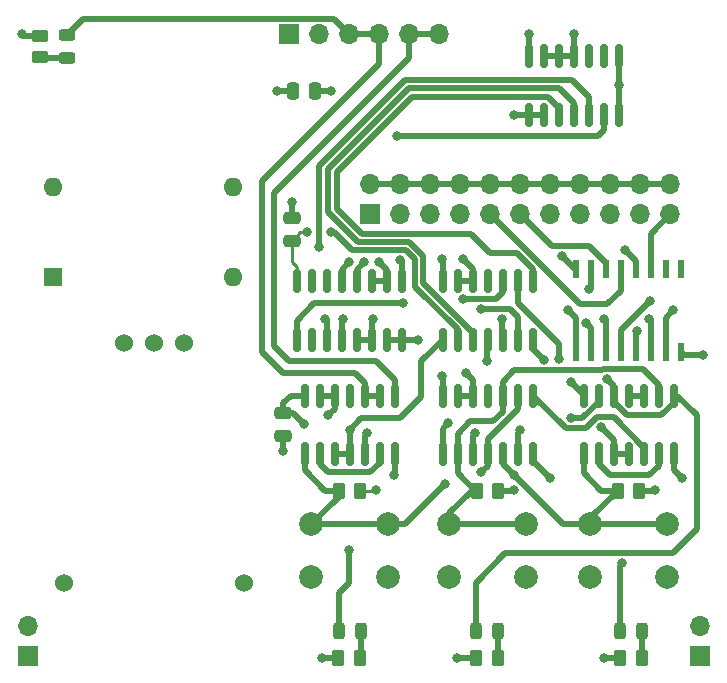
<source format=gbr>
%TF.GenerationSoftware,KiCad,Pcbnew,(6.0.0-0)*%
%TF.CreationDate,2022-10-19T22:54:38-04:00*%
%TF.ProjectId,CLOCK,434c4f43-4b2e-46b6-9963-61645f706362,rev?*%
%TF.SameCoordinates,Original*%
%TF.FileFunction,Copper,L1,Top*%
%TF.FilePolarity,Positive*%
%FSLAX46Y46*%
G04 Gerber Fmt 4.6, Leading zero omitted, Abs format (unit mm)*
G04 Created by KiCad (PCBNEW (6.0.0-0)) date 2022-10-19 22:54:38*
%MOMM*%
%LPD*%
G01*
G04 APERTURE LIST*
G04 Aperture macros list*
%AMRoundRect*
0 Rectangle with rounded corners*
0 $1 Rounding radius*
0 $2 $3 $4 $5 $6 $7 $8 $9 X,Y pos of 4 corners*
0 Add a 4 corners polygon primitive as box body*
4,1,4,$2,$3,$4,$5,$6,$7,$8,$9,$2,$3,0*
0 Add four circle primitives for the rounded corners*
1,1,$1+$1,$2,$3*
1,1,$1+$1,$4,$5*
1,1,$1+$1,$6,$7*
1,1,$1+$1,$8,$9*
0 Add four rect primitives between the rounded corners*
20,1,$1+$1,$2,$3,$4,$5,0*
20,1,$1+$1,$4,$5,$6,$7,0*
20,1,$1+$1,$6,$7,$8,$9,0*
20,1,$1+$1,$8,$9,$2,$3,0*%
G04 Aperture macros list end*
%TA.AperFunction,SMDPad,CuDef*%
%ADD10R,0.600000X1.500000*%
%TD*%
%TA.AperFunction,SMDPad,CuDef*%
%ADD11RoundRect,0.150000X0.150000X-0.825000X0.150000X0.825000X-0.150000X0.825000X-0.150000X-0.825000X0*%
%TD*%
%TA.AperFunction,SMDPad,CuDef*%
%ADD12RoundRect,0.243750X0.243750X0.456250X-0.243750X0.456250X-0.243750X-0.456250X0.243750X-0.456250X0*%
%TD*%
%TA.AperFunction,ComponentPad*%
%ADD13C,2.000000*%
%TD*%
%TA.AperFunction,SMDPad,CuDef*%
%ADD14RoundRect,0.250000X0.262500X0.450000X-0.262500X0.450000X-0.262500X-0.450000X0.262500X-0.450000X0*%
%TD*%
%TA.AperFunction,SMDPad,CuDef*%
%ADD15RoundRect,0.243750X0.456250X-0.243750X0.456250X0.243750X-0.456250X0.243750X-0.456250X-0.243750X0*%
%TD*%
%TA.AperFunction,ComponentPad*%
%ADD16R,1.700000X1.700000*%
%TD*%
%TA.AperFunction,ComponentPad*%
%ADD17O,1.700000X1.700000*%
%TD*%
%TA.AperFunction,SMDPad,CuDef*%
%ADD18RoundRect,0.250000X-0.262500X-0.450000X0.262500X-0.450000X0.262500X0.450000X-0.262500X0.450000X0*%
%TD*%
%TA.AperFunction,SMDPad,CuDef*%
%ADD19RoundRect,0.250000X0.475000X-0.250000X0.475000X0.250000X-0.475000X0.250000X-0.475000X-0.250000X0*%
%TD*%
%TA.AperFunction,SMDPad,CuDef*%
%ADD20RoundRect,0.250000X-0.450000X0.262500X-0.450000X-0.262500X0.450000X-0.262500X0.450000X0.262500X0*%
%TD*%
%TA.AperFunction,SMDPad,CuDef*%
%ADD21RoundRect,0.250000X-0.250000X-0.475000X0.250000X-0.475000X0.250000X0.475000X-0.250000X0.475000X0*%
%TD*%
%TA.AperFunction,ComponentPad*%
%ADD22C,1.524000*%
%TD*%
%TA.AperFunction,SMDPad,CuDef*%
%ADD23RoundRect,0.250000X-0.475000X0.250000X-0.475000X-0.250000X0.475000X-0.250000X0.475000X0.250000X0*%
%TD*%
%TA.AperFunction,ComponentPad*%
%ADD24R,1.600000X1.600000*%
%TD*%
%TA.AperFunction,ComponentPad*%
%ADD25O,1.600000X1.600000*%
%TD*%
%TA.AperFunction,ViaPad*%
%ADD26C,0.800000*%
%TD*%
%TA.AperFunction,Conductor*%
%ADD27C,0.500000*%
%TD*%
%TA.AperFunction,Conductor*%
%ADD28C,0.250000*%
%TD*%
G04 APERTURE END LIST*
D10*
%TO.P,U6,1,Q11*%
%TO.N,FREQ11*%
X128143000Y-109214000D03*
%TO.P,U6,2,Q12*%
%TO.N,FREQ12*%
X129413000Y-109214000D03*
%TO.P,U6,3,Q13*%
%TO.N,FREQ13*%
X130683000Y-109214000D03*
%TO.P,U6,4,Q5*%
%TO.N,FREQ5*%
X131953000Y-109214000D03*
%TO.P,U6,5,Q4*%
%TO.N,FREQ4*%
X133223000Y-109214000D03*
%TO.P,U6,6,Q6*%
%TO.N,FREQ6*%
X134493000Y-109214000D03*
%TO.P,U6,7,Q3*%
%TO.N,FREQ3*%
X135763000Y-109214000D03*
%TO.P,U6,8,GND*%
%TO.N,GND*%
X137033000Y-109214000D03*
%TO.P,U6,9,O*%
%TO.N,unconnected-(U6-Pad9)*%
X137033000Y-102114000D03*
%TO.P,U6,10,~{O}*%
%TO.N,unconnected-(U6-Pad10)*%
X135763000Y-102114000D03*
%TO.P,U6,11,I*%
%TO.N,Net-(J4-Pad21)*%
X134493000Y-102114000D03*
%TO.P,U6,12,RESET*%
%TO.N,GND*%
X133223000Y-102114000D03*
%TO.P,U6,13,Q8*%
%TO.N,FREQ8*%
X131953000Y-102114000D03*
%TO.P,U6,14,Q7*%
%TO.N,FREQ7*%
X130683000Y-102114000D03*
%TO.P,U6,15,Q9*%
%TO.N,FREQ9*%
X129413000Y-102114000D03*
%TO.P,U6,16,VCC*%
%TO.N,VCC*%
X128143000Y-102114000D03*
%TD*%
D11*
%TO.P,U4,1,Q*%
%TO.N,/MANUAL_HALF_CLOCK*%
X104521000Y-108139000D03*
%TO.P,U4,2,~{Q}*%
%TO.N,unconnected-(U4-Pad2)*%
X105791000Y-108139000D03*
%TO.P,U4,3,C*%
%TO.N,/MANUAL_FULL_CLOCK*%
X107061000Y-108139000D03*
%TO.P,U4,4,R*%
%TO.N,GND*%
X108331000Y-108139000D03*
%TO.P,U4,5,K*%
%TO.N,VCC*%
X109601000Y-108139000D03*
%TO.P,U4,6,J*%
X110871000Y-108139000D03*
%TO.P,U4,7,S*%
%TO.N,GND*%
X112141000Y-108139000D03*
%TO.P,U4,8,VSS*%
X113411000Y-108139000D03*
%TO.P,U4,9,S*%
X113411000Y-103189000D03*
%TO.P,U4,10,J*%
%TO.N,VCC*%
X112141000Y-103189000D03*
%TO.P,U4,11,K*%
X110871000Y-103189000D03*
%TO.P,U4,12,R*%
%TO.N,GND*%
X109601000Y-103189000D03*
%TO.P,U4,13,C*%
%TO.N,VCC*%
X108331000Y-103189000D03*
%TO.P,U4,14,~{Q}*%
%TO.N,unconnected-(U4-Pad14)*%
X107061000Y-103189000D03*
%TO.P,U4,15,Q*%
%TO.N,unconnected-(U4-Pad15)*%
X105791000Y-103189000D03*
%TO.P,U4,16,VDD*%
%TO.N,VCC*%
X104521000Y-103189000D03*
%TD*%
%TO.P,U8,1*%
%TO.N,/EN0*%
X116892000Y-108134000D03*
%TO.P,U8,2*%
%TO.N,/CRYSTAL*%
X118162000Y-108134000D03*
%TO.P,U8,3*%
%TO.N,Net-(U7-Pad4)*%
X119432000Y-108134000D03*
%TO.P,U8,4*%
%TO.N,/EN1*%
X120702000Y-108134000D03*
%TO.P,U8,5*%
%TO.N,/MANUAL_FULL_CLOCK*%
X121972000Y-108134000D03*
%TO.P,U8,6*%
%TO.N,Net-(U7-Pad5)*%
X123242000Y-108134000D03*
%TO.P,U8,7,GND*%
%TO.N,GND*%
X124512000Y-108134000D03*
%TO.P,U8,8*%
%TO.N,Net-(U7-Pad3)*%
X124512000Y-103184000D03*
%TO.P,U8,9*%
%TO.N,/EN2*%
X123242000Y-103184000D03*
%TO.P,U8,10*%
%TO.N,/MANUAL_HALF_CLOCK*%
X121972000Y-103184000D03*
%TO.P,U8,11*%
%TO.N,unconnected-(U8-Pad11)*%
X120702000Y-103184000D03*
%TO.P,U8,12*%
%TO.N,GND*%
X119432000Y-103184000D03*
%TO.P,U8,13*%
X118162000Y-103184000D03*
%TO.P,U8,14,VCC*%
%TO.N,VCC*%
X116892000Y-103184000D03*
%TD*%
%TO.P,U3,1*%
%TO.N,Net-(R2-Pad2)*%
X105208000Y-117822000D03*
%TO.P,U3,2*%
%TO.N,Net-(U3-Pad2)*%
X106478000Y-117822000D03*
%TO.P,U3,3*%
%TO.N,/EN0*%
X107748000Y-117822000D03*
%TO.P,U3,4*%
X109018000Y-117822000D03*
%TO.P,U3,5*%
%TO.N,Net-(U1-Pad3)*%
X110288000Y-117822000D03*
%TO.P,U3,6*%
%TO.N,Net-(U3-Pad2)*%
X111558000Y-117822000D03*
%TO.P,U3,7,GND*%
%TO.N,GND*%
X112828000Y-117822000D03*
%TO.P,U3,8*%
%TO.N,~{CLOCK}*%
X112828000Y-112872000D03*
%TO.P,U3,9*%
%TO.N,CLOCK*%
X111558000Y-112872000D03*
%TO.P,U3,10*%
X110288000Y-112872000D03*
%TO.P,U3,11*%
%TO.N,unconnected-(U3-Pad11)*%
X109018000Y-112872000D03*
%TO.P,U3,12*%
%TO.N,GND*%
X107748000Y-112872000D03*
%TO.P,U3,13*%
X106478000Y-112872000D03*
%TO.P,U3,14,VCC*%
%TO.N,VCC*%
X105208000Y-112872000D03*
%TD*%
D12*
%TO.P,D3,1,K*%
%TO.N,Net-(D3-Pad1)*%
X109982000Y-132842000D03*
%TO.P,D3,2,A*%
%TO.N,/EN0*%
X108107000Y-132842000D03*
%TD*%
D11*
%TO.P,U1,1*%
%TO.N,Net-(R1-Pad2)*%
X116892000Y-117822000D03*
%TO.P,U1,2*%
%TO.N,Net-(R3-Pad2)*%
X118162000Y-117822000D03*
%TO.P,U1,3*%
%TO.N,Net-(U1-Pad3)*%
X119432000Y-117822000D03*
%TO.P,U1,4*%
%TO.N,Net-(R2-Pad2)*%
X120702000Y-117822000D03*
%TO.P,U1,5*%
%TO.N,Net-(R1-Pad2)*%
X121972000Y-117822000D03*
%TO.P,U1,6*%
%TO.N,Net-(U1-Pad6)*%
X123242000Y-117822000D03*
%TO.P,U1,7,GND*%
%TO.N,GND*%
X124512000Y-117822000D03*
%TO.P,U1,8*%
%TO.N,Net-(U1-Pad8)*%
X124512000Y-112872000D03*
%TO.P,U1,9*%
%TO.N,Net-(R2-Pad2)*%
X123242000Y-112872000D03*
%TO.P,U1,10*%
%TO.N,Net-(R3-Pad2)*%
X121972000Y-112872000D03*
%TO.P,U1,11*%
%TO.N,unconnected-(U1-Pad11)*%
X120702000Y-112872000D03*
%TO.P,U1,12*%
%TO.N,GND*%
X119432000Y-112872000D03*
%TO.P,U1,13*%
X118162000Y-112872000D03*
%TO.P,U1,14,VCC*%
%TO.N,VCC*%
X116892000Y-112872000D03*
%TD*%
D13*
%TO.P,SW2,1,1*%
%TO.N,GND*%
X112268000Y-128265000D03*
X105768000Y-128265000D03*
%TO.P,SW2,2,2*%
%TO.N,Net-(R2-Pad2)*%
X105768000Y-123765000D03*
X112268000Y-123765000D03*
%TD*%
D14*
%TO.P,R3,1*%
%TO.N,VCC*%
X121614500Y-120935000D03*
%TO.P,R3,2*%
%TO.N,Net-(R3-Pad2)*%
X119789500Y-120935000D03*
%TD*%
D12*
%TO.P,D1,1,K*%
%TO.N,Net-(D1-Pad1)*%
X133779500Y-132842000D03*
%TO.P,D1,2,A*%
%TO.N,/EN2*%
X131904500Y-132842000D03*
%TD*%
D15*
%TO.P,D4,1,K*%
%TO.N,Net-(D4-Pad1)*%
X85090000Y-84249500D03*
%TO.P,D4,2,A*%
%TO.N,CLOCK*%
X85090000Y-82374500D03*
%TD*%
D16*
%TO.P,J4,1,Pin_1*%
%TO.N,FREQ13*%
X110744000Y-97536000D03*
D17*
%TO.P,J4,2,Pin_2*%
%TO.N,/CRYSTAL*%
X110744000Y-94996000D03*
%TO.P,J4,3,Pin_3*%
%TO.N,FREQ12*%
X113284000Y-97536000D03*
%TO.P,J4,4,Pin_4*%
%TO.N,/CRYSTAL*%
X113284000Y-94996000D03*
%TO.P,J4,5,Pin_5*%
%TO.N,FREQ11*%
X115824000Y-97536000D03*
%TO.P,J4,6,Pin_6*%
%TO.N,/CRYSTAL*%
X115824000Y-94996000D03*
%TO.P,J4,7,Pin_7*%
%TO.N,FREQ9*%
X118364000Y-97536000D03*
%TO.P,J4,8,Pin_8*%
%TO.N,/CRYSTAL*%
X118364000Y-94996000D03*
%TO.P,J4,9,Pin_9*%
%TO.N,FREQ8*%
X120904000Y-97536000D03*
%TO.P,J4,10,Pin_10*%
%TO.N,/CRYSTAL*%
X120904000Y-94996000D03*
%TO.P,J4,11,Pin_11*%
%TO.N,FREQ7*%
X123444000Y-97536000D03*
%TO.P,J4,12,Pin_12*%
%TO.N,/CRYSTAL*%
X123444000Y-94996000D03*
%TO.P,J4,13,Pin_13*%
%TO.N,FREQ6*%
X125984000Y-97536000D03*
%TO.P,J4,14,Pin_14*%
%TO.N,/CRYSTAL*%
X125984000Y-94996000D03*
%TO.P,J4,15,Pin_15*%
%TO.N,FREQ5*%
X128524000Y-97536000D03*
%TO.P,J4,16,Pin_16*%
%TO.N,/CRYSTAL*%
X128524000Y-94996000D03*
%TO.P,J4,17,Pin_17*%
%TO.N,FREQ4*%
X131064000Y-97536000D03*
%TO.P,J4,18,Pin_18*%
%TO.N,/CRYSTAL*%
X131064000Y-94996000D03*
%TO.P,J4,19,Pin_19*%
%TO.N,FREQ3*%
X133604000Y-97536000D03*
%TO.P,J4,20,Pin_20*%
%TO.N,/CRYSTAL*%
X133604000Y-94996000D03*
%TO.P,J4,21,Pin_21*%
%TO.N,Net-(J4-Pad21)*%
X136144000Y-97536000D03*
%TO.P,J4,22,Pin_22*%
%TO.N,/CRYSTAL*%
X136144000Y-94996000D03*
%TD*%
D18*
%TO.P,R4,1*%
%TO.N,GND*%
X131929500Y-135128000D03*
%TO.P,R4,2*%
%TO.N,Net-(D1-Pad1)*%
X133754500Y-135128000D03*
%TD*%
D13*
%TO.P,SW3,1,1*%
%TO.N,GND*%
X117452000Y-128265000D03*
X123952000Y-128265000D03*
%TO.P,SW3,2,2*%
%TO.N,Net-(R3-Pad2)*%
X117452000Y-123765000D03*
X123952000Y-123765000D03*
%TD*%
D19*
%TO.P,C1,1*%
%TO.N,VCC*%
X104140000Y-99756000D03*
%TO.P,C1,2*%
%TO.N,GND*%
X104140000Y-97856000D03*
%TD*%
D20*
%TO.P,R7,1*%
%TO.N,GND*%
X82804000Y-82399500D03*
%TO.P,R7,2*%
%TO.N,Net-(D4-Pad1)*%
X82804000Y-84224500D03*
%TD*%
D18*
%TO.P,R5,1*%
%TO.N,GND*%
X119737500Y-135128000D03*
%TO.P,R5,2*%
%TO.N,Net-(D2-Pad1)*%
X121562500Y-135128000D03*
%TD*%
D11*
%TO.P,U2,1*%
%TO.N,Net-(R1-Pad2)*%
X128830000Y-117822000D03*
%TO.P,U2,2*%
%TO.N,Net-(U2-Pad2)*%
X130100000Y-117822000D03*
%TO.P,U2,3*%
%TO.N,/EN2*%
X131370000Y-117822000D03*
%TO.P,U2,4*%
X132640000Y-117822000D03*
%TO.P,U2,5*%
%TO.N,Net-(U1-Pad8)*%
X133910000Y-117822000D03*
%TO.P,U2,6*%
%TO.N,Net-(U2-Pad2)*%
X135180000Y-117822000D03*
%TO.P,U2,7,GND*%
%TO.N,GND*%
X136450000Y-117822000D03*
%TO.P,U2,8*%
%TO.N,/EN1*%
X136450000Y-112872000D03*
%TO.P,U2,9*%
%TO.N,Net-(R3-Pad2)*%
X135180000Y-112872000D03*
%TO.P,U2,10*%
%TO.N,Net-(U2-Pad10)*%
X133910000Y-112872000D03*
%TO.P,U2,11*%
X132640000Y-112872000D03*
%TO.P,U2,12*%
%TO.N,/EN1*%
X131370000Y-112872000D03*
%TO.P,U2,13*%
%TO.N,Net-(U1-Pad6)*%
X130100000Y-112872000D03*
%TO.P,U2,14,VCC*%
%TO.N,VCC*%
X128830000Y-112872000D03*
%TD*%
D12*
%TO.P,D2,1,K*%
%TO.N,Net-(D2-Pad1)*%
X121587500Y-132842000D03*
%TO.P,D2,2,A*%
%TO.N,/EN1*%
X119712500Y-132842000D03*
%TD*%
D14*
%TO.P,R2,1*%
%TO.N,VCC*%
X109930500Y-120935000D03*
%TO.P,R2,2*%
%TO.N,Net-(R2-Pad2)*%
X108105500Y-120935000D03*
%TD*%
%TO.P,R1,1*%
%TO.N,VCC*%
X133552500Y-120935000D03*
%TO.P,R1,2*%
%TO.N,Net-(R1-Pad2)*%
X131727500Y-120935000D03*
%TD*%
D21*
%TO.P,C2,1*%
%TO.N,VCC*%
X104206000Y-87122000D03*
%TO.P,C2,2*%
%TO.N,GND*%
X106106000Y-87122000D03*
%TD*%
D22*
%TO.P,U4,*%
%TO.N,*%
X89916000Y-108458000D03*
X94996000Y-108458000D03*
%TO.P,U4,1,Vcc*%
%TO.N,VCC*%
X84836000Y-128778000D03*
%TO.P,U4,2,Gnd*%
%TO.N,GND*%
X100076000Y-128778000D03*
%TO.P,U4,3,Q*%
%TO.N,/MANUAL_FULL_CLOCK*%
X92456000Y-108458000D03*
%TD*%
D23*
%TO.P,C3,1*%
%TO.N,VCC*%
X103378000Y-114366000D03*
%TO.P,C3,2*%
%TO.N,GND*%
X103378000Y-116266000D03*
%TD*%
D24*
%TO.P,Y1,1,1*%
%TO.N,unconnected-(Y1-Pad1)*%
X83917500Y-102860000D03*
D25*
%TO.P,Y1,2,2*%
%TO.N,GND*%
X99157500Y-102860000D03*
%TO.P,Y1,3,3*%
%TO.N,Net-(J4-Pad21)*%
X99157500Y-95240000D03*
%TO.P,Y1,4,4*%
%TO.N,VCC*%
X83917500Y-95240000D03*
%TD*%
D13*
%TO.P,SW1,1,1*%
%TO.N,GND*%
X135890000Y-128265000D03*
X129390000Y-128265000D03*
%TO.P,SW1,2,2*%
%TO.N,Net-(R1-Pad2)*%
X135890000Y-123765000D03*
X129390000Y-123765000D03*
%TD*%
D11*
%TO.P,U7,1*%
%TO.N,GND*%
X124206000Y-89089000D03*
%TO.P,U7,2*%
X125476000Y-89089000D03*
%TO.P,U7,3*%
%TO.N,Net-(U7-Pad3)*%
X126746000Y-89089000D03*
%TO.P,U7,4*%
%TO.N,Net-(U7-Pad4)*%
X128016000Y-89089000D03*
%TO.P,U7,5*%
%TO.N,Net-(U7-Pad5)*%
X129286000Y-89089000D03*
%TO.P,U7,6*%
%TO.N,CLOCK*%
X130556000Y-89089000D03*
%TO.P,U7,7,VSS*%
%TO.N,GND*%
X131826000Y-89089000D03*
%TO.P,U7,8*%
X131826000Y-84139000D03*
%TO.P,U7,9*%
%TO.N,unconnected-(U7-Pad9)*%
X130556000Y-84139000D03*
%TO.P,U7,10*%
%TO.N,unconnected-(U7-Pad10)*%
X129286000Y-84139000D03*
%TO.P,U7,11*%
%TO.N,GND*%
X128016000Y-84139000D03*
%TO.P,U7,12*%
X126746000Y-84139000D03*
%TO.P,U7,13*%
X125476000Y-84139000D03*
%TO.P,U7,14,VDD*%
%TO.N,VCC*%
X124206000Y-84139000D03*
%TD*%
D18*
%TO.P,R6,1*%
%TO.N,GND*%
X108053500Y-135128000D03*
%TO.P,R6,2*%
%TO.N,Net-(D3-Pad1)*%
X109878500Y-135128000D03*
%TD*%
D16*
%TO.P,J3,1,Pin_1*%
%TO.N,unconnected-(J3-Pad1)*%
X81788000Y-134879000D03*
D17*
%TO.P,J3,2,Pin_2*%
%TO.N,unconnected-(J3-Pad2)*%
X81788000Y-132339000D03*
%TD*%
D16*
%TO.P,J2,1,Pin_1*%
%TO.N,unconnected-(J2-Pad1)*%
X138684000Y-134879000D03*
D17*
%TO.P,J2,2,Pin_2*%
%TO.N,unconnected-(J2-Pad2)*%
X138684000Y-132339000D03*
%TD*%
D16*
%TO.P,J1,1,Pin_1*%
%TO.N,VCC*%
X103886000Y-82296000D03*
D17*
%TO.P,J1,2,Pin_2*%
%TO.N,GND*%
X106426000Y-82296000D03*
%TO.P,J1,3,Pin_3*%
%TO.N,CLOCK*%
X108966000Y-82296000D03*
%TO.P,J1,4,Pin_4*%
X111506000Y-82296000D03*
%TO.P,J1,5,Pin_5*%
%TO.N,~{CLOCK}*%
X114046000Y-82296000D03*
%TO.P,J1,6,Pin_6*%
X116586000Y-82296000D03*
%TD*%
D26*
%TO.N,GND*%
X108458000Y-106426000D03*
%TO.N,VCC*%
X111506000Y-101600000D03*
%TO.N,GND*%
X110236000Y-101600000D03*
X114808000Y-108204000D03*
%TO.N,/CRYSTAL*%
X107442000Y-99060000D03*
%TO.N,/MANUAL_HALF_CLOCK*%
X113553425Y-105068500D03*
%TO.N,VCC*%
X110998000Y-106426000D03*
%TO.N,/MANUAL_FULL_CLOCK*%
X106934000Y-106426000D03*
%TO.N,VCC*%
X105410000Y-99060000D03*
%TO.N,GND*%
X113268575Y-101433500D03*
%TO.N,VCC*%
X108966000Y-101600000D03*
X134874000Y-120904000D03*
X116840000Y-111252000D03*
X111252000Y-120904000D03*
X127000000Y-101092000D03*
X102870000Y-87122000D03*
X127762000Y-111760000D03*
X124206000Y-82296000D03*
X105156000Y-115316000D03*
X116840000Y-101346000D03*
X122936000Y-120904000D03*
%TO.N,GND*%
X106680000Y-135128000D03*
X130556000Y-135128000D03*
X104140000Y-96520000D03*
X81280000Y-82296000D03*
X137160000Y-119888000D03*
X112776000Y-119634000D03*
X131826000Y-86614000D03*
X103378000Y-117602000D03*
X118110000Y-135128000D03*
X128016000Y-82296000D03*
X118618000Y-101346000D03*
X132334000Y-100584000D03*
X118872000Y-110998000D03*
X107188000Y-114554000D03*
X122936000Y-89154000D03*
X138938000Y-109474000D03*
X125984000Y-119888000D03*
X125476000Y-109894500D03*
X107442000Y-87122000D03*
%TO.N,Net-(R1-Pad2)*%
X117348000Y-115228500D03*
X122936000Y-119634000D03*
%TO.N,Net-(R2-Pad2)*%
X120142000Y-119380000D03*
X117094000Y-120396000D03*
%TO.N,Net-(U1-Pad3)*%
X110490000Y-116078000D03*
X119634000Y-116078000D03*
%TO.N,Net-(U1-Pad6)*%
X123444000Y-115824000D03*
X127762000Y-114808000D03*
%TO.N,FREQ11*%
X127508000Y-105664000D03*
%TO.N,FREQ3*%
X136398000Y-105664000D03*
%TO.N,CLOCK*%
X113030000Y-90932000D03*
%TO.N,FREQ12*%
X128992500Y-106765903D03*
%TO.N,FREQ13*%
X130556000Y-106426000D03*
%TO.N,FREQ9*%
X129286000Y-103886000D03*
%TO.N,FREQ6*%
X134366000Y-106426000D03*
%TO.N,FREQ5*%
X134476461Y-104827085D03*
%TO.N,FREQ4*%
X133350000Y-107442000D03*
%TO.N,/EN2*%
X130302000Y-115570000D03*
X132101338Y-127087500D03*
X126746000Y-109815500D03*
%TO.N,/EN1*%
X120650000Y-109982000D03*
X130810000Y-111506000D03*
%TO.N,/EN0*%
X108966000Y-125984000D03*
X109018000Y-115772000D03*
%TO.N,/MANUAL_FULL_CLOCK*%
X121920000Y-106383989D03*
%TO.N,/MANUAL_HALF_CLOCK*%
X118635713Y-104684989D03*
%TO.N,Net-(U7-Pad5)*%
X120158085Y-105534489D03*
X106426000Y-100330000D03*
%TD*%
D27*
%TO.N,GND*%
X113411000Y-103189000D02*
X113411000Y-101575925D01*
X113411000Y-101575925D02*
X113268575Y-101433500D01*
%TO.N,VCC*%
X108331000Y-103189000D02*
X108331000Y-102235000D01*
X108331000Y-102235000D02*
X108966000Y-101600000D01*
%TO.N,GND*%
X109601000Y-102235000D02*
X110236000Y-101600000D01*
X109601000Y-103189000D02*
X109601000Y-102235000D01*
%TO.N,VCC*%
X112141000Y-102235000D02*
X111506000Y-101600000D01*
X112141000Y-103189000D02*
X112141000Y-102235000D01*
%TO.N,GND*%
X114743000Y-108139000D02*
X114808000Y-108204000D01*
X113411000Y-108139000D02*
X114743000Y-108139000D01*
%TO.N,VCC*%
X109601000Y-108139000D02*
X110871000Y-108139000D01*
%TO.N,GND*%
X108331000Y-108139000D02*
X108331000Y-106553000D01*
X108331000Y-106553000D02*
X108458000Y-106426000D01*
X112141000Y-108139000D02*
X113411000Y-108139000D01*
%TO.N,VCC*%
X110871000Y-106553000D02*
X110998000Y-106426000D01*
X110871000Y-108139000D02*
X110871000Y-106553000D01*
X110871000Y-103189000D02*
X112141000Y-103189000D01*
%TO.N,/MANUAL_HALF_CLOCK*%
X106005500Y-105068500D02*
X113553425Y-105068500D01*
X104521000Y-106553000D02*
X106005500Y-105068500D01*
X104521000Y-108139000D02*
X104521000Y-106553000D01*
%TO.N,Net-(U7-Pad4)*%
X115253511Y-101056254D02*
X115253511Y-103368360D01*
%TO.N,/CRYSTAL*%
X114554000Y-103658107D02*
X114554000Y-103124000D01*
%TO.N,Net-(U7-Pad4)*%
X107188000Y-97308743D02*
X109763747Y-99884490D01*
%TO.N,/CRYSTAL*%
X113792000Y-100584000D02*
X112014000Y-100584000D01*
%TO.N,Net-(U7-Pad4)*%
X119432000Y-107546849D02*
X119432000Y-107581151D01*
%TO.N,/CRYSTAL*%
X112014000Y-100584000D02*
X109220000Y-100584000D01*
%TO.N,Net-(U7-Pad4)*%
X126746000Y-86868000D02*
X114046000Y-86868000D01*
%TO.N,/CRYSTAL*%
X114554000Y-103124000D02*
X114554000Y-101346000D01*
X118162000Y-107266107D02*
X114554000Y-103658107D01*
%TO.N,Net-(U7-Pad4)*%
X114081748Y-99884490D02*
X115253511Y-101056254D01*
X114046000Y-86868000D02*
X107188000Y-93726000D01*
%TO.N,/CRYSTAL*%
X114554000Y-101346000D02*
X113792000Y-100584000D01*
X109220000Y-100584000D02*
X108712000Y-100076000D01*
X108712000Y-100076000D02*
X107696000Y-99060000D01*
%TO.N,Net-(U7-Pad4)*%
X107188000Y-93726000D02*
X107188000Y-97308743D01*
X115253511Y-103368360D02*
X119432000Y-107546849D01*
X128016000Y-88138000D02*
X126746000Y-86868000D01*
X128016000Y-89089000D02*
X128016000Y-88138000D01*
%TO.N,/CRYSTAL*%
X107696000Y-99060000D02*
X107442000Y-99060000D01*
%TO.N,Net-(U7-Pad4)*%
X109763747Y-99884490D02*
X114081748Y-99884490D01*
%TO.N,/CRYSTAL*%
X118162000Y-108134000D02*
X118162000Y-107266107D01*
%TO.N,/MANUAL_FULL_CLOCK*%
X106934000Y-106426000D02*
X107061000Y-106553000D01*
X107061000Y-106553000D02*
X107061000Y-108139000D01*
D28*
%TO.N,VCC*%
X104140000Y-99756000D02*
X104836000Y-99060000D01*
X104836000Y-99060000D02*
X105410000Y-99060000D01*
X104521000Y-103189000D02*
X104521000Y-101981000D01*
X104521000Y-101981000D02*
X104140000Y-101600000D01*
X104140000Y-101600000D02*
X104140000Y-99756000D01*
X111221000Y-120935000D02*
X111252000Y-120904000D01*
D27*
X121614500Y-120935000D02*
X122905000Y-120935000D01*
X116892000Y-112872000D02*
X116892000Y-111304000D01*
X104206000Y-114366000D02*
X105156000Y-115316000D01*
X122905000Y-120935000D02*
X122936000Y-120904000D01*
X116892000Y-101398000D02*
X116840000Y-101346000D01*
D28*
X109930500Y-120935000D02*
X111221000Y-120935000D01*
D27*
X134843000Y-120935000D02*
X134874000Y-120904000D01*
X103378000Y-113538000D02*
X103378000Y-114366000D01*
X128830000Y-112872000D02*
X128830000Y-112828000D01*
X105208000Y-112872000D02*
X104044000Y-112872000D01*
X104044000Y-112872000D02*
X103378000Y-113538000D01*
X133552500Y-120935000D02*
X134843000Y-120935000D01*
X128830000Y-112828000D02*
X127762000Y-111760000D01*
X103378000Y-114366000D02*
X104206000Y-114366000D01*
X128143000Y-102235000D02*
X127000000Y-101092000D01*
X124206000Y-84139000D02*
X124206000Y-82296000D01*
X104206000Y-87122000D02*
X102870000Y-87122000D01*
X116892000Y-103184000D02*
X116892000Y-101398000D01*
X116892000Y-111304000D02*
X116840000Y-111252000D01*
%TO.N,GND*%
X119737500Y-135128000D02*
X118110000Y-135128000D01*
X124206000Y-89089000D02*
X125476000Y-89089000D01*
X136450000Y-117822000D02*
X136450000Y-119178000D01*
X108053500Y-135128000D02*
X106680000Y-135128000D01*
X124512000Y-108930500D02*
X125476000Y-109894500D01*
X137033000Y-109209000D02*
X137298000Y-109474000D01*
X128016000Y-84139000D02*
X128016000Y-82296000D01*
X131929500Y-135128000D02*
X130556000Y-135128000D01*
X137298000Y-109474000D02*
X138938000Y-109474000D01*
X124512000Y-108134000D02*
X124512000Y-108930500D01*
X118162000Y-103184000D02*
X119432000Y-103184000D01*
X82804000Y-82399500D02*
X81383500Y-82399500D01*
X136450000Y-119178000D02*
X137160000Y-119888000D01*
X103378000Y-116266000D02*
X103378000Y-117602000D01*
X133223000Y-101473000D02*
X132334000Y-100584000D01*
X112828000Y-119582000D02*
X112776000Y-119634000D01*
X104140000Y-97856000D02*
X104140000Y-96520000D01*
X124206000Y-89089000D02*
X123001000Y-89089000D01*
X107748000Y-112872000D02*
X107748000Y-113994000D01*
X119432000Y-103184000D02*
X119432000Y-102160000D01*
X119432000Y-102160000D02*
X118618000Y-101346000D01*
X118162000Y-112872000D02*
X119432000Y-112872000D01*
X124512000Y-118416000D02*
X125984000Y-119888000D01*
X123001000Y-89089000D02*
X122936000Y-89154000D01*
X106106000Y-87122000D02*
X107442000Y-87122000D01*
X119432000Y-112872000D02*
X119432000Y-111558000D01*
X112828000Y-117822000D02*
X112828000Y-119582000D01*
X133223000Y-102109000D02*
X133223000Y-101473000D01*
X131826000Y-86614000D02*
X131826000Y-89089000D01*
X106478000Y-112872000D02*
X107748000Y-112872000D01*
X107748000Y-113994000D02*
X107188000Y-114554000D01*
X124512000Y-117822000D02*
X124512000Y-118416000D01*
X119432000Y-111558000D02*
X118872000Y-110998000D01*
X81383500Y-82399500D02*
X81280000Y-82296000D01*
X131826000Y-84139000D02*
X131826000Y-86614000D01*
X125476000Y-84139000D02*
X128016000Y-84139000D01*
%TO.N,Net-(R1-Pad2)*%
X121972000Y-118670000D02*
X127067000Y-123765000D01*
X129390000Y-123272500D02*
X131727500Y-120935000D01*
X130333000Y-120935000D02*
X128830000Y-119432000D01*
X131727500Y-120935000D02*
X130333000Y-120935000D01*
X135890000Y-123765000D02*
X129390000Y-123765000D01*
X127067000Y-123765000D02*
X129390000Y-123765000D01*
X116892000Y-115684500D02*
X117348000Y-115228500D01*
X128830000Y-119432000D02*
X128830000Y-117822000D01*
X121972000Y-117822000D02*
X121972000Y-118670000D01*
X116892000Y-117822000D02*
X116892000Y-115684500D01*
%TO.N,Net-(R2-Pad2)*%
X120702000Y-116534000D02*
X120702000Y-117822000D01*
X123242000Y-112872000D02*
X123242000Y-113994000D01*
X106965000Y-120935000D02*
X108105500Y-120935000D01*
X123242000Y-113994000D02*
X120702000Y-116534000D01*
X117094000Y-120396000D02*
X113725000Y-123765000D01*
X113725000Y-123765000D02*
X112268000Y-123765000D01*
X120702000Y-118820000D02*
X120142000Y-119380000D01*
X120702000Y-117822000D02*
X120702000Y-118820000D01*
X105208000Y-117822000D02*
X105208000Y-119178000D01*
X108105500Y-120935000D02*
X108105500Y-121427500D01*
X112268000Y-123765000D02*
X105768000Y-123765000D01*
X105208000Y-119178000D02*
X106965000Y-120935000D01*
X108105500Y-121427500D02*
X105768000Y-123765000D01*
%TO.N,Net-(R3-Pad2)*%
X123952000Y-123765000D02*
X117452000Y-123765000D01*
X119349000Y-120935000D02*
X117452000Y-122832000D01*
X135180000Y-111997377D02*
X135180000Y-112872000D01*
X133839122Y-110656499D02*
X135180000Y-111997377D01*
X121158000Y-115062000D02*
X121972000Y-114248000D01*
X122936000Y-110744000D02*
X130370623Y-110744000D01*
X121972000Y-111708000D02*
X122936000Y-110744000D01*
X118162000Y-119432000D02*
X119665000Y-120935000D01*
X119194623Y-115062000D02*
X121158000Y-115062000D01*
X118162000Y-117822000D02*
X118162000Y-119432000D01*
X121972000Y-114248000D02*
X121972000Y-112872000D01*
X118162000Y-116094623D02*
X119194623Y-115062000D01*
X121972000Y-112872000D02*
X121972000Y-111708000D01*
X119349000Y-120935000D02*
X119789500Y-120935000D01*
X117452000Y-122832000D02*
X117452000Y-123765000D01*
X118162000Y-117822000D02*
X118162000Y-116094623D01*
X130458124Y-110656499D02*
X133839122Y-110656499D01*
X130370623Y-110744000D02*
X130458124Y-110656499D01*
%TO.N,Net-(U1-Pad3)*%
X110490000Y-116078000D02*
X110288000Y-116280000D01*
X119432000Y-116280000D02*
X119634000Y-116078000D01*
X110288000Y-116280000D02*
X110288000Y-117822000D01*
X119432000Y-117822000D02*
X119432000Y-116280000D01*
%TO.N,Net-(U1-Pad6)*%
X130100000Y-113424849D02*
X128716849Y-114808000D01*
X123444000Y-115824000D02*
X123242000Y-116026000D01*
X123242000Y-116026000D02*
X123242000Y-117822000D01*
X128716849Y-114808000D02*
X127762000Y-114808000D01*
%TO.N,Net-(U1-Pad8)*%
X129013122Y-115657501D02*
X129950124Y-114720499D01*
X127297501Y-115657501D02*
X129013122Y-115657501D01*
X129950124Y-114720499D02*
X131361348Y-114720499D01*
X131361348Y-114720499D02*
X133910000Y-117269151D01*
X124512000Y-112872000D02*
X127297501Y-115657501D01*
%TO.N,Net-(U2-Pad2)*%
X134366000Y-119634000D02*
X135180000Y-118820000D01*
X131064000Y-119634000D02*
X134366000Y-119634000D01*
X135180000Y-118820000D02*
X135180000Y-117822000D01*
X130100000Y-118670000D02*
X131064000Y-119634000D01*
X130100000Y-117822000D02*
X130100000Y-118670000D01*
%TO.N,Net-(U2-Pad10)*%
X133910000Y-112872000D02*
X132640000Y-112872000D01*
%TO.N,Net-(U3-Pad2)*%
X106478000Y-118670000D02*
X106478000Y-117822000D01*
X107188000Y-119380000D02*
X106478000Y-118670000D01*
X111558000Y-118566000D02*
X110744000Y-119380000D01*
X111558000Y-117822000D02*
X111558000Y-118566000D01*
X110744000Y-119380000D02*
X107188000Y-119380000D01*
%TO.N,FREQ11*%
X128143000Y-106299000D02*
X128143000Y-109209000D01*
X127508000Y-105664000D02*
X128143000Y-106299000D01*
%TO.N,FREQ3*%
X136398000Y-105664000D02*
X135763000Y-106299000D01*
X135763000Y-106299000D02*
X135763000Y-109209000D01*
%TO.N,CLOCK*%
X130556000Y-89089000D02*
X130556000Y-90424000D01*
X111506000Y-84836000D02*
X111506000Y-82296000D01*
X103378000Y-110998000D02*
X101600000Y-109220000D01*
X109474000Y-110998000D02*
X103378000Y-110998000D01*
X110288000Y-111812000D02*
X109474000Y-110998000D01*
X101600000Y-94742000D02*
X111506000Y-84836000D01*
X107666489Y-80996489D02*
X86468011Y-80996489D01*
X110288000Y-112872000D02*
X110288000Y-111812000D01*
X108966000Y-82296000D02*
X111506000Y-82296000D01*
X111558000Y-112872000D02*
X110288000Y-112872000D01*
X101600000Y-109220000D02*
X101600000Y-94742000D01*
X108966000Y-82296000D02*
X107666489Y-80996489D01*
X86468011Y-80996489D02*
X85090000Y-82374500D01*
X130556000Y-90424000D02*
X130048000Y-90932000D01*
X130048000Y-90932000D02*
X113030000Y-90932000D01*
%TO.N,~{CLOCK}*%
X102616000Y-95758000D02*
X114046000Y-84328000D01*
X116586000Y-82296000D02*
X114046000Y-82296000D01*
X111252000Y-109982000D02*
X103886000Y-109982000D01*
X112828000Y-112872000D02*
X112828000Y-111558000D01*
X112828000Y-111558000D02*
X111252000Y-109982000D01*
X102616000Y-108712000D02*
X102616000Y-95758000D01*
X114046000Y-84328000D02*
X114046000Y-82296000D01*
X103886000Y-109982000D02*
X102616000Y-108712000D01*
%TO.N,FREQ12*%
X129413000Y-109209000D02*
X129413000Y-107186403D01*
X129413000Y-107186403D02*
X128992500Y-106765903D01*
%TO.N,/CRYSTAL*%
X110744000Y-94996000D02*
X136144000Y-94996000D01*
%TO.N,FREQ13*%
X130683000Y-106553000D02*
X130683000Y-109209000D01*
X130556000Y-106426000D02*
X130683000Y-106553000D01*
%TO.N,FREQ8*%
X131953000Y-104013000D02*
X131953000Y-102109000D01*
X128524000Y-105156000D02*
X130810000Y-105156000D01*
X120904000Y-97536000D02*
X128524000Y-105156000D01*
X130810000Y-105156000D02*
X131953000Y-104013000D01*
%TO.N,FREQ9*%
X129413000Y-102109000D02*
X129413000Y-103759000D01*
X129413000Y-103759000D02*
X129286000Y-103886000D01*
%TO.N,FREQ7*%
X130683000Y-101659000D02*
X130683000Y-102109000D01*
X129266499Y-100242499D02*
X130683000Y-101659000D01*
X123444000Y-97536000D02*
X126150499Y-100242499D01*
X126150499Y-100242499D02*
X129266499Y-100242499D01*
%TO.N,FREQ6*%
X134366000Y-106426000D02*
X134493000Y-106553000D01*
X134493000Y-106553000D02*
X134493000Y-109209000D01*
%TO.N,FREQ5*%
X131953000Y-109209000D02*
X131953000Y-107315000D01*
X134440915Y-104827085D02*
X134476461Y-104827085D01*
X131953000Y-107315000D02*
X134440915Y-104827085D01*
%TO.N,FREQ4*%
X133350000Y-107442000D02*
X133223000Y-107569000D01*
X133223000Y-107569000D02*
X133223000Y-109209000D01*
%TO.N,/EN2*%
X131904500Y-132842000D02*
X131904500Y-127284338D01*
X131370000Y-116638000D02*
X130302000Y-115570000D01*
X132640000Y-117822000D02*
X131370000Y-117822000D01*
X123242000Y-103184000D02*
X123242000Y-105041151D01*
X123242000Y-105041151D02*
X126746000Y-108545151D01*
X126746000Y-108545151D02*
X126746000Y-109815500D01*
X131370000Y-117822000D02*
X131370000Y-116638000D01*
X131904500Y-127284338D02*
X132101338Y-127087500D01*
%TO.N,/EN1*%
X119712500Y-128699500D02*
X122174000Y-126238000D01*
X136398000Y-126238000D02*
X138430000Y-124206000D01*
X136748000Y-112872000D02*
X136450000Y-112872000D01*
X132499151Y-114554000D02*
X131370000Y-113424849D01*
X138430000Y-114554000D02*
X136748000Y-112872000D01*
X120650000Y-108186000D02*
X120702000Y-108134000D01*
X135382000Y-114554000D02*
X132499151Y-114554000D01*
X122174000Y-126238000D02*
X136398000Y-126238000D01*
X119712500Y-132842000D02*
X119712500Y-128699500D01*
X136450000Y-113486000D02*
X135382000Y-114554000D01*
X138430000Y-124206000D02*
X138430000Y-114554000D01*
X131370000Y-112066000D02*
X130810000Y-111506000D01*
X120650000Y-109982000D02*
X120650000Y-108186000D01*
X131370000Y-112872000D02*
X131370000Y-112066000D01*
%TO.N,/EN0*%
X115062000Y-109964000D02*
X116892000Y-108134000D01*
X108107000Y-132842000D02*
X108107000Y-129637000D01*
X109018000Y-117822000D02*
X109018000Y-115772000D01*
X108966000Y-128778000D02*
X108966000Y-125984000D01*
X108204000Y-129540000D02*
X108966000Y-128778000D01*
X115062000Y-113030000D02*
X115062000Y-109964000D01*
X109982000Y-114808000D02*
X113284000Y-114808000D01*
X108107000Y-129637000D02*
X108204000Y-129540000D01*
X107748000Y-117822000D02*
X109018000Y-117822000D01*
X113284000Y-114808000D02*
X115062000Y-113030000D01*
X109018000Y-115772000D02*
X109982000Y-114808000D01*
%TO.N,/MANUAL_FULL_CLOCK*%
X121972000Y-108134000D02*
X121920000Y-108082000D01*
X121920000Y-108082000D02*
X121920000Y-106383989D01*
%TO.N,/MANUAL_HALF_CLOCK*%
X121972000Y-104088000D02*
X121972000Y-103184000D01*
X121375011Y-104684989D02*
X121972000Y-104088000D01*
X118635713Y-104684989D02*
X121375011Y-104684989D01*
%TO.N,Net-(J4-Pad21)*%
X136144000Y-97536000D02*
X134493000Y-99187000D01*
X134493000Y-99187000D02*
X134493000Y-102109000D01*
%TO.N,Net-(D1-Pad1)*%
X133779500Y-132842000D02*
X133779500Y-135103000D01*
X133779500Y-135103000D02*
X133754500Y-135128000D01*
%TO.N,Net-(D2-Pad1)*%
X121587500Y-132842000D02*
X121587500Y-135103000D01*
X121587500Y-135103000D02*
X121562500Y-135128000D01*
%TO.N,Net-(D3-Pad1)*%
X109982000Y-135024500D02*
X109878500Y-135128000D01*
X109982000Y-132842000D02*
X109982000Y-135024500D01*
%TO.N,Net-(D4-Pad1)*%
X85090000Y-84249500D02*
X82829000Y-84249500D01*
%TO.N,Net-(U7-Pad3)*%
X107950000Y-97081485D02*
X107950000Y-93980000D01*
X114300000Y-87630000D02*
X125839849Y-87630000D01*
X120904000Y-100838000D02*
X119250978Y-99184978D01*
X119250978Y-99184978D02*
X110053493Y-99184978D01*
X107950000Y-93980000D02*
X114300000Y-87630000D01*
X124512000Y-103184000D02*
X124512000Y-102160000D01*
X123190000Y-100838000D02*
X120904000Y-100838000D01*
X126746000Y-88536151D02*
X126746000Y-89089000D01*
X124512000Y-102160000D02*
X123190000Y-100838000D01*
X110053493Y-99184978D02*
X107950000Y-97081485D01*
X125839849Y-87630000D02*
X126746000Y-88536151D01*
%TO.N,Net-(U7-Pad5)*%
X129286000Y-87630000D02*
X129286000Y-89089000D01*
X123242000Y-106224000D02*
X122552489Y-105534489D01*
X106426000Y-93472000D02*
X113729510Y-86168490D01*
X127824490Y-86168490D02*
X129286000Y-87630000D01*
X106426000Y-100330000D02*
X106426000Y-93472000D01*
X123242000Y-108134000D02*
X123242000Y-106224000D01*
X113729510Y-86168490D02*
X127824490Y-86168490D01*
X122552489Y-105534489D02*
X120158085Y-105534489D01*
%TD*%
M02*

</source>
